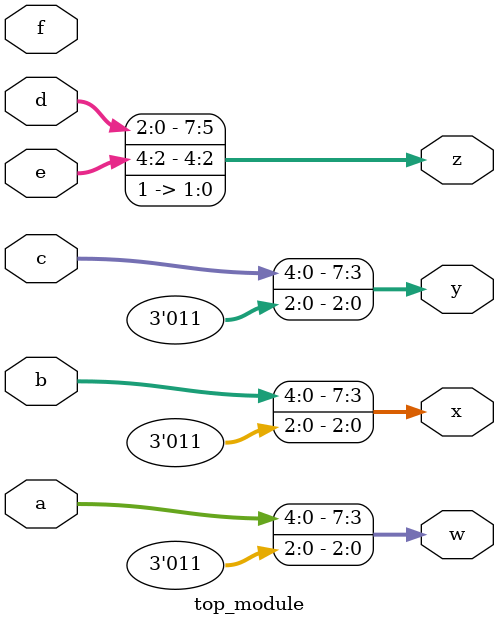
<source format=sv>
module top_module (
    input [4:0] a,
    input [4:0] b,
    input [4:0] c,
    input [4:0] d,
    input [4:0] e,
    input [4:0] f,
    output [7:0] w,
    output [7:0] x,
    output [7:0] y,
    output [7:0] z
);

    // Concatenate the inputs with 2'b11
    assign w = {a, 3'b011};
    assign x = {b, 3'b011};
    assign y = {c, 3'b011};
    assign z = {d, e[4:2], 2'b11};

endmodule

</source>
